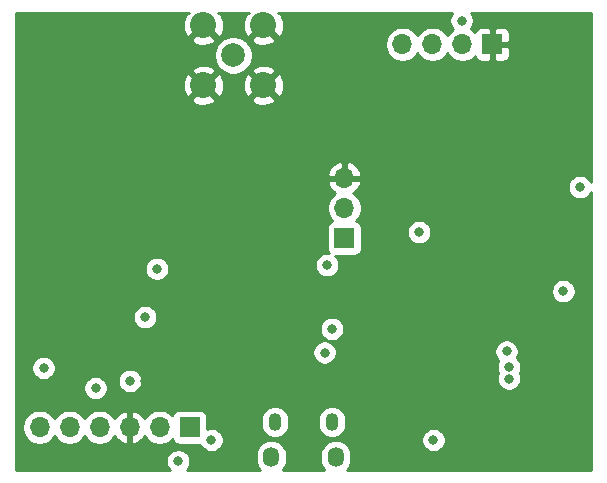
<source format=gbr>
%TF.GenerationSoftware,KiCad,Pcbnew,(5.1.10)-1*%
%TF.CreationDate,2022-03-06T21:17:49+00:00*%
%TF.ProjectId,main,6d61696e-2e6b-4696-9361-645f70636258,rev?*%
%TF.SameCoordinates,Original*%
%TF.FileFunction,Copper,L2,Inr*%
%TF.FilePolarity,Positive*%
%FSLAX46Y46*%
G04 Gerber Fmt 4.6, Leading zero omitted, Abs format (unit mm)*
G04 Created by KiCad (PCBNEW (5.1.10)-1) date 2022-03-06 21:17:49*
%MOMM*%
%LPD*%
G01*
G04 APERTURE LIST*
%TA.AperFunction,ComponentPad*%
%ADD10O,1.350000X1.700000*%
%TD*%
%TA.AperFunction,ComponentPad*%
%ADD11O,1.100000X1.500000*%
%TD*%
%TA.AperFunction,ComponentPad*%
%ADD12C,2.209800*%
%TD*%
%TA.AperFunction,ComponentPad*%
%ADD13C,2.006600*%
%TD*%
%TA.AperFunction,ComponentPad*%
%ADD14O,1.700000X1.700000*%
%TD*%
%TA.AperFunction,ComponentPad*%
%ADD15R,1.700000X1.700000*%
%TD*%
%TA.AperFunction,ViaPad*%
%ADD16C,0.800000*%
%TD*%
%TA.AperFunction,Conductor*%
%ADD17C,0.254000*%
%TD*%
%TA.AperFunction,Conductor*%
%ADD18C,0.100000*%
%TD*%
G04 APERTURE END LIST*
D10*
%TO.N,Net-(USB_PWR1-Pad6)*%
%TO.C,USB_PWR1*%
X171735000Y-143275000D03*
X166275000Y-143275000D03*
D11*
X171425000Y-140275000D03*
X166585000Y-140275000D03*
%TD*%
D12*
%TO.N,GND*%
%TO.C,J2*%
X165610000Y-106690000D03*
X165610000Y-111770000D03*
X160530000Y-111770000D03*
X160530000Y-106690000D03*
D13*
%TO.N,Net-(C8-Pad1)*%
X163070000Y-109230000D03*
%TD*%
D14*
%TO.N,I2C_SDA*%
%TO.C,J6*%
X177380000Y-108300000D03*
%TO.N,I2C_SCL*%
X179920000Y-108300000D03*
%TO.N,+3V3*%
X182460000Y-108300000D03*
D15*
%TO.N,GND*%
X185000000Y-108300000D03*
%TD*%
D14*
%TO.N,GND*%
%TO.C,J4*%
X172466000Y-119634000D03*
%TO.N,UART1_TX*%
X172466000Y-122174000D03*
D15*
%TO.N,UART1_RX*%
X172466000Y-124714000D03*
%TD*%
D14*
%TO.N,N/C*%
%TO.C,J1*%
X146655000Y-140725000D03*
%TO.N,RST*%
X149195000Y-140725000D03*
%TO.N,SWDIO*%
X151735000Y-140725000D03*
%TO.N,GND*%
X154275000Y-140725000D03*
%TO.N,SWCLK*%
X156815000Y-140725000D03*
D15*
%TO.N,+3V3*%
X159355000Y-140725000D03*
%TD*%
D16*
%TO.N,GND*%
X193000000Y-129200000D03*
X188000000Y-141800000D03*
X186400000Y-138000000D03*
X186200000Y-139500000D03*
X181800000Y-134500000D03*
X180600000Y-137000000D03*
X149600000Y-132600000D03*
X149000000Y-126200000D03*
X155200000Y-123600000D03*
X151800000Y-118000000D03*
X163400000Y-123600000D03*
X161800000Y-123200000D03*
X157000000Y-131400000D03*
X163200000Y-143600000D03*
X170400000Y-138800000D03*
X169400000Y-138800000D03*
X188800000Y-123000000D03*
X189200000Y-121600000D03*
X155600000Y-136800000D03*
X174400000Y-119500000D03*
X184900000Y-106300000D03*
X167720000Y-111850000D03*
X168070000Y-106610000D03*
X158430000Y-106650000D03*
X158330000Y-111850000D03*
X164500000Y-120500000D03*
X161800000Y-119400000D03*
X161800000Y-118200000D03*
X161800000Y-117000000D03*
X161800000Y-115800000D03*
X161800000Y-114600000D03*
X161800000Y-113400000D03*
X165600000Y-120200000D03*
X166400000Y-119200000D03*
X165800000Y-118000000D03*
X164600000Y-117600000D03*
X164600000Y-116400000D03*
X164600000Y-115200000D03*
X165800000Y-115000000D03*
X166400000Y-114000000D03*
X191400000Y-137600000D03*
X190600000Y-141800000D03*
X189800000Y-135600000D03*
X189000000Y-132000000D03*
X192000000Y-134800000D03*
X179200000Y-133200000D03*
X186600000Y-120400000D03*
X191200000Y-114200000D03*
X183200000Y-115400000D03*
X191800000Y-107400000D03*
X189000000Y-110400000D03*
X173400000Y-113200000D03*
X170000000Y-115600000D03*
X177400000Y-113000000D03*
X150600000Y-113200000D03*
X155800000Y-115600000D03*
X147600000Y-110600000D03*
X151000000Y-107800000D03*
X159600000Y-129000000D03*
X161000000Y-129000000D03*
X162400000Y-129000000D03*
X163000000Y-127800000D03*
X162800000Y-126200000D03*
X162400000Y-125000000D03*
X161200000Y-125600000D03*
X161200000Y-127400000D03*
X157200000Y-129600000D03*
X159600000Y-130200000D03*
X161000000Y-130200000D03*
X162400000Y-130200000D03*
X157000000Y-124400000D03*
X158800000Y-124000000D03*
X158400000Y-128600000D03*
X158200000Y-130600000D03*
X155600000Y-129800000D03*
X168800000Y-121400000D03*
X167000000Y-122400000D03*
X169400000Y-119200000D03*
X177000000Y-125000000D03*
X174200000Y-127000000D03*
X188000000Y-133200000D03*
X177000000Y-142200000D03*
X179200000Y-139800000D03*
X164200000Y-139000000D03*
X163600000Y-141400000D03*
X162400000Y-138800000D03*
X151200000Y-143400000D03*
X146200000Y-143800000D03*
X145600000Y-137800000D03*
X148400000Y-137800000D03*
X151600000Y-134200000D03*
X151200000Y-125600000D03*
X145800000Y-127200000D03*
X146200000Y-119600000D03*
X154600000Y-118400000D03*
X178000000Y-135400000D03*
X174600000Y-108000000D03*
X158400000Y-138000000D03*
X182000000Y-127600000D03*
X184400000Y-127000000D03*
X176000000Y-127200000D03*
X187400000Y-127200000D03*
X176600000Y-119600000D03*
X182800000Y-120000000D03*
X186800000Y-113600000D03*
X154200000Y-143000000D03*
%TO.N,+3V3*%
X186200000Y-134300000D03*
X154300000Y-136800000D03*
X182400000Y-106300000D03*
X171000000Y-127000000D03*
X170800000Y-134400000D03*
X151400000Y-137400000D03*
X191000000Y-129200000D03*
X192400000Y-120400000D03*
X161200000Y-141800000D03*
X158400000Y-143600000D03*
X155600000Y-131400000D03*
X186400000Y-136600000D03*
X186400000Y-135600000D03*
X180000000Y-141800000D03*
%TO.N,I2C_SDA*%
X171400000Y-132400000D03*
X178800000Y-124200000D03*
%TO.N,RST*%
X156600000Y-127300000D03*
X147000000Y-135700000D03*
%TD*%
D17*
%TO.N,GND*%
X159044668Y-105767824D02*
X158893302Y-106075317D01*
X158804832Y-106406432D01*
X158782659Y-106748444D01*
X158827635Y-107088211D01*
X158938033Y-107412674D01*
X159044668Y-107612176D01*
X159319796Y-107720599D01*
X160350395Y-106690000D01*
X160336253Y-106675858D01*
X160515858Y-106496253D01*
X160530000Y-106510395D01*
X160544143Y-106496253D01*
X160723748Y-106675858D01*
X160709605Y-106690000D01*
X161740204Y-107720599D01*
X162015332Y-107612176D01*
X162166698Y-107304683D01*
X162255168Y-106973568D01*
X162277341Y-106631556D01*
X162232365Y-106291789D01*
X162121967Y-105967326D01*
X162015332Y-105767824D01*
X161741724Y-105660000D01*
X164398276Y-105660000D01*
X164124668Y-105767824D01*
X163973302Y-106075317D01*
X163884832Y-106406432D01*
X163862659Y-106748444D01*
X163907635Y-107088211D01*
X164018033Y-107412674D01*
X164124668Y-107612176D01*
X164399796Y-107720599D01*
X165430395Y-106690000D01*
X165416253Y-106675858D01*
X165595858Y-106496253D01*
X165610000Y-106510395D01*
X165624143Y-106496253D01*
X165803748Y-106675858D01*
X165789605Y-106690000D01*
X166820204Y-107720599D01*
X167095332Y-107612176D01*
X167246698Y-107304683D01*
X167335168Y-106973568D01*
X167357341Y-106631556D01*
X167312365Y-106291789D01*
X167201967Y-105967326D01*
X167095332Y-105767824D01*
X166821724Y-105660000D01*
X181582850Y-105660000D01*
X181482795Y-105809744D01*
X181404774Y-105998102D01*
X181365000Y-106198061D01*
X181365000Y-106401939D01*
X181404774Y-106601898D01*
X181482795Y-106790256D01*
X181596063Y-106959774D01*
X181674889Y-107038600D01*
X181513368Y-107146525D01*
X181306525Y-107353368D01*
X181190000Y-107527760D01*
X181073475Y-107353368D01*
X180866632Y-107146525D01*
X180623411Y-106984010D01*
X180353158Y-106872068D01*
X180066260Y-106815000D01*
X179773740Y-106815000D01*
X179486842Y-106872068D01*
X179216589Y-106984010D01*
X178973368Y-107146525D01*
X178766525Y-107353368D01*
X178650000Y-107527760D01*
X178533475Y-107353368D01*
X178326632Y-107146525D01*
X178083411Y-106984010D01*
X177813158Y-106872068D01*
X177526260Y-106815000D01*
X177233740Y-106815000D01*
X176946842Y-106872068D01*
X176676589Y-106984010D01*
X176433368Y-107146525D01*
X176226525Y-107353368D01*
X176064010Y-107596589D01*
X175952068Y-107866842D01*
X175895000Y-108153740D01*
X175895000Y-108446260D01*
X175952068Y-108733158D01*
X176064010Y-109003411D01*
X176226525Y-109246632D01*
X176433368Y-109453475D01*
X176676589Y-109615990D01*
X176946842Y-109727932D01*
X177233740Y-109785000D01*
X177526260Y-109785000D01*
X177813158Y-109727932D01*
X178083411Y-109615990D01*
X178326632Y-109453475D01*
X178533475Y-109246632D01*
X178650000Y-109072240D01*
X178766525Y-109246632D01*
X178973368Y-109453475D01*
X179216589Y-109615990D01*
X179486842Y-109727932D01*
X179773740Y-109785000D01*
X180066260Y-109785000D01*
X180353158Y-109727932D01*
X180623411Y-109615990D01*
X180866632Y-109453475D01*
X181073475Y-109246632D01*
X181190000Y-109072240D01*
X181306525Y-109246632D01*
X181513368Y-109453475D01*
X181756589Y-109615990D01*
X182026842Y-109727932D01*
X182313740Y-109785000D01*
X182606260Y-109785000D01*
X182893158Y-109727932D01*
X183163411Y-109615990D01*
X183406632Y-109453475D01*
X183538487Y-109321620D01*
X183560498Y-109394180D01*
X183619463Y-109504494D01*
X183698815Y-109601185D01*
X183795506Y-109680537D01*
X183905820Y-109739502D01*
X184025518Y-109775812D01*
X184150000Y-109788072D01*
X184714250Y-109785000D01*
X184873000Y-109626250D01*
X184873000Y-108427000D01*
X185127000Y-108427000D01*
X185127000Y-109626250D01*
X185285750Y-109785000D01*
X185850000Y-109788072D01*
X185974482Y-109775812D01*
X186094180Y-109739502D01*
X186204494Y-109680537D01*
X186301185Y-109601185D01*
X186380537Y-109504494D01*
X186439502Y-109394180D01*
X186475812Y-109274482D01*
X186488072Y-109150000D01*
X186485000Y-108585750D01*
X186326250Y-108427000D01*
X185127000Y-108427000D01*
X184873000Y-108427000D01*
X184853000Y-108427000D01*
X184853000Y-108173000D01*
X184873000Y-108173000D01*
X184873000Y-106973750D01*
X185127000Y-106973750D01*
X185127000Y-108173000D01*
X186326250Y-108173000D01*
X186485000Y-108014250D01*
X186488072Y-107450000D01*
X186475812Y-107325518D01*
X186439502Y-107205820D01*
X186380537Y-107095506D01*
X186301185Y-106998815D01*
X186204494Y-106919463D01*
X186094180Y-106860498D01*
X185974482Y-106824188D01*
X185850000Y-106811928D01*
X185285750Y-106815000D01*
X185127000Y-106973750D01*
X184873000Y-106973750D01*
X184714250Y-106815000D01*
X184150000Y-106811928D01*
X184025518Y-106824188D01*
X183905820Y-106860498D01*
X183795506Y-106919463D01*
X183698815Y-106998815D01*
X183619463Y-107095506D01*
X183560498Y-107205820D01*
X183538487Y-107278380D01*
X183406632Y-107146525D01*
X183173176Y-106990535D01*
X183203937Y-106959774D01*
X183317205Y-106790256D01*
X183395226Y-106601898D01*
X183435000Y-106401939D01*
X183435000Y-106198061D01*
X183395226Y-105998102D01*
X183317205Y-105809744D01*
X183217150Y-105660000D01*
X193340000Y-105660000D01*
X193340000Y-119964777D01*
X193317205Y-119909744D01*
X193203937Y-119740226D01*
X193059774Y-119596063D01*
X192890256Y-119482795D01*
X192701898Y-119404774D01*
X192501939Y-119365000D01*
X192298061Y-119365000D01*
X192098102Y-119404774D01*
X191909744Y-119482795D01*
X191740226Y-119596063D01*
X191596063Y-119740226D01*
X191482795Y-119909744D01*
X191404774Y-120098102D01*
X191365000Y-120298061D01*
X191365000Y-120501939D01*
X191404774Y-120701898D01*
X191482795Y-120890256D01*
X191596063Y-121059774D01*
X191740226Y-121203937D01*
X191909744Y-121317205D01*
X192098102Y-121395226D01*
X192298061Y-121435000D01*
X192501939Y-121435000D01*
X192701898Y-121395226D01*
X192890256Y-121317205D01*
X193059774Y-121203937D01*
X193203937Y-121059774D01*
X193317205Y-120890256D01*
X193340000Y-120835223D01*
X193340001Y-144340000D01*
X172699269Y-144340000D01*
X172829495Y-144181318D01*
X172951138Y-143953740D01*
X173026045Y-143706804D01*
X173045000Y-143514350D01*
X173045000Y-143035649D01*
X173026045Y-142843195D01*
X172951138Y-142596259D01*
X172829495Y-142368682D01*
X172665792Y-142169208D01*
X172466317Y-142005505D01*
X172238740Y-141883862D01*
X171991804Y-141808955D01*
X171735000Y-141783662D01*
X171478195Y-141808955D01*
X171231259Y-141883862D01*
X171003682Y-142005505D01*
X170804208Y-142169208D01*
X170640505Y-142368683D01*
X170518862Y-142596260D01*
X170443955Y-142843196D01*
X170425000Y-143035650D01*
X170425000Y-143514351D01*
X170443955Y-143706805D01*
X170518862Y-143953741D01*
X170640505Y-144181318D01*
X170770732Y-144340000D01*
X167239269Y-144340000D01*
X167369495Y-144181318D01*
X167491138Y-143953740D01*
X167566045Y-143706804D01*
X167585000Y-143514350D01*
X167585000Y-143035649D01*
X167566045Y-142843195D01*
X167491138Y-142596259D01*
X167369495Y-142368682D01*
X167205792Y-142169208D01*
X167006317Y-142005505D01*
X166778740Y-141883862D01*
X166531804Y-141808955D01*
X166275000Y-141783662D01*
X166018195Y-141808955D01*
X165771259Y-141883862D01*
X165543682Y-142005505D01*
X165344208Y-142169208D01*
X165180505Y-142368683D01*
X165058862Y-142596260D01*
X164983955Y-142843196D01*
X164965000Y-143035650D01*
X164965000Y-143514351D01*
X164983955Y-143706805D01*
X165058862Y-143953741D01*
X165180505Y-144181318D01*
X165310732Y-144340000D01*
X159123711Y-144340000D01*
X159203937Y-144259774D01*
X159317205Y-144090256D01*
X159395226Y-143901898D01*
X159435000Y-143701939D01*
X159435000Y-143498061D01*
X159395226Y-143298102D01*
X159317205Y-143109744D01*
X159203937Y-142940226D01*
X159059774Y-142796063D01*
X158890256Y-142682795D01*
X158701898Y-142604774D01*
X158501939Y-142565000D01*
X158298061Y-142565000D01*
X158098102Y-142604774D01*
X157909744Y-142682795D01*
X157740226Y-142796063D01*
X157596063Y-142940226D01*
X157482795Y-143109744D01*
X157404774Y-143298102D01*
X157365000Y-143498061D01*
X157365000Y-143701939D01*
X157404774Y-143901898D01*
X157482795Y-144090256D01*
X157596063Y-144259774D01*
X157676289Y-144340000D01*
X144660000Y-144340000D01*
X144660000Y-140578740D01*
X145170000Y-140578740D01*
X145170000Y-140871260D01*
X145227068Y-141158158D01*
X145339010Y-141428411D01*
X145501525Y-141671632D01*
X145708368Y-141878475D01*
X145951589Y-142040990D01*
X146221842Y-142152932D01*
X146508740Y-142210000D01*
X146801260Y-142210000D01*
X147088158Y-142152932D01*
X147358411Y-142040990D01*
X147601632Y-141878475D01*
X147808475Y-141671632D01*
X147925000Y-141497240D01*
X148041525Y-141671632D01*
X148248368Y-141878475D01*
X148491589Y-142040990D01*
X148761842Y-142152932D01*
X149048740Y-142210000D01*
X149341260Y-142210000D01*
X149628158Y-142152932D01*
X149898411Y-142040990D01*
X150141632Y-141878475D01*
X150348475Y-141671632D01*
X150465000Y-141497240D01*
X150581525Y-141671632D01*
X150788368Y-141878475D01*
X151031589Y-142040990D01*
X151301842Y-142152932D01*
X151588740Y-142210000D01*
X151881260Y-142210000D01*
X152168158Y-142152932D01*
X152438411Y-142040990D01*
X152681632Y-141878475D01*
X152888475Y-141671632D01*
X153010195Y-141489466D01*
X153079822Y-141606355D01*
X153274731Y-141822588D01*
X153508080Y-141996641D01*
X153770901Y-142121825D01*
X153918110Y-142166476D01*
X154148000Y-142045155D01*
X154148000Y-140852000D01*
X154128000Y-140852000D01*
X154128000Y-140598000D01*
X154148000Y-140598000D01*
X154148000Y-139404845D01*
X154402000Y-139404845D01*
X154402000Y-140598000D01*
X154422000Y-140598000D01*
X154422000Y-140852000D01*
X154402000Y-140852000D01*
X154402000Y-142045155D01*
X154631890Y-142166476D01*
X154779099Y-142121825D01*
X155041920Y-141996641D01*
X155275269Y-141822588D01*
X155470178Y-141606355D01*
X155539805Y-141489466D01*
X155661525Y-141671632D01*
X155868368Y-141878475D01*
X156111589Y-142040990D01*
X156381842Y-142152932D01*
X156668740Y-142210000D01*
X156961260Y-142210000D01*
X157248158Y-142152932D01*
X157518411Y-142040990D01*
X157761632Y-141878475D01*
X157893487Y-141746620D01*
X157915498Y-141819180D01*
X157974463Y-141929494D01*
X158053815Y-142026185D01*
X158150506Y-142105537D01*
X158260820Y-142164502D01*
X158380518Y-142200812D01*
X158505000Y-142213072D01*
X160205000Y-142213072D01*
X160249028Y-142208736D01*
X160282795Y-142290256D01*
X160396063Y-142459774D01*
X160540226Y-142603937D01*
X160709744Y-142717205D01*
X160898102Y-142795226D01*
X161098061Y-142835000D01*
X161301939Y-142835000D01*
X161501898Y-142795226D01*
X161690256Y-142717205D01*
X161859774Y-142603937D01*
X162003937Y-142459774D01*
X162117205Y-142290256D01*
X162195226Y-142101898D01*
X162235000Y-141901939D01*
X162235000Y-141698061D01*
X178965000Y-141698061D01*
X178965000Y-141901939D01*
X179004774Y-142101898D01*
X179082795Y-142290256D01*
X179196063Y-142459774D01*
X179340226Y-142603937D01*
X179509744Y-142717205D01*
X179698102Y-142795226D01*
X179898061Y-142835000D01*
X180101939Y-142835000D01*
X180301898Y-142795226D01*
X180490256Y-142717205D01*
X180659774Y-142603937D01*
X180803937Y-142459774D01*
X180917205Y-142290256D01*
X180995226Y-142101898D01*
X181035000Y-141901939D01*
X181035000Y-141698061D01*
X180995226Y-141498102D01*
X180917205Y-141309744D01*
X180803937Y-141140226D01*
X180659774Y-140996063D01*
X180490256Y-140882795D01*
X180301898Y-140804774D01*
X180101939Y-140765000D01*
X179898061Y-140765000D01*
X179698102Y-140804774D01*
X179509744Y-140882795D01*
X179340226Y-140996063D01*
X179196063Y-141140226D01*
X179082795Y-141309744D01*
X179004774Y-141498102D01*
X178965000Y-141698061D01*
X162235000Y-141698061D01*
X162195226Y-141498102D01*
X162117205Y-141309744D01*
X162003937Y-141140226D01*
X161859774Y-140996063D01*
X161690256Y-140882795D01*
X161501898Y-140804774D01*
X161301939Y-140765000D01*
X161098061Y-140765000D01*
X160898102Y-140804774D01*
X160843072Y-140827568D01*
X160843072Y-140016794D01*
X165400000Y-140016794D01*
X165400000Y-140533207D01*
X165417147Y-140707300D01*
X165484906Y-140930674D01*
X165594943Y-141136536D01*
X165743026Y-141316975D01*
X165923465Y-141465058D01*
X166129327Y-141575094D01*
X166352701Y-141642853D01*
X166585000Y-141665733D01*
X166817300Y-141642853D01*
X167040674Y-141575094D01*
X167246536Y-141465058D01*
X167426975Y-141316975D01*
X167575058Y-141136536D01*
X167685094Y-140930673D01*
X167752853Y-140707299D01*
X167770000Y-140533206D01*
X167770000Y-140016794D01*
X170240000Y-140016794D01*
X170240000Y-140533207D01*
X170257147Y-140707300D01*
X170324906Y-140930674D01*
X170434943Y-141136536D01*
X170583026Y-141316975D01*
X170763465Y-141465058D01*
X170969327Y-141575094D01*
X171192701Y-141642853D01*
X171425000Y-141665733D01*
X171657300Y-141642853D01*
X171880674Y-141575094D01*
X172086536Y-141465058D01*
X172266975Y-141316975D01*
X172415058Y-141136536D01*
X172525094Y-140930673D01*
X172592853Y-140707299D01*
X172610000Y-140533206D01*
X172610000Y-140016793D01*
X172592853Y-139842700D01*
X172525094Y-139619326D01*
X172415058Y-139413464D01*
X172266975Y-139233025D01*
X172086535Y-139084942D01*
X171880673Y-138974906D01*
X171657299Y-138907147D01*
X171425000Y-138884267D01*
X171192700Y-138907147D01*
X170969326Y-138974906D01*
X170763464Y-139084942D01*
X170583025Y-139233025D01*
X170434942Y-139413465D01*
X170324906Y-139619327D01*
X170257147Y-139842701D01*
X170240000Y-140016794D01*
X167770000Y-140016794D01*
X167770000Y-140016793D01*
X167752853Y-139842700D01*
X167685094Y-139619326D01*
X167575058Y-139413464D01*
X167426975Y-139233025D01*
X167246535Y-139084942D01*
X167040673Y-138974906D01*
X166817299Y-138907147D01*
X166585000Y-138884267D01*
X166352700Y-138907147D01*
X166129326Y-138974906D01*
X165923464Y-139084942D01*
X165743025Y-139233025D01*
X165594942Y-139413465D01*
X165484906Y-139619327D01*
X165417147Y-139842701D01*
X165400000Y-140016794D01*
X160843072Y-140016794D01*
X160843072Y-139875000D01*
X160830812Y-139750518D01*
X160794502Y-139630820D01*
X160735537Y-139520506D01*
X160656185Y-139423815D01*
X160559494Y-139344463D01*
X160449180Y-139285498D01*
X160329482Y-139249188D01*
X160205000Y-139236928D01*
X158505000Y-139236928D01*
X158380518Y-139249188D01*
X158260820Y-139285498D01*
X158150506Y-139344463D01*
X158053815Y-139423815D01*
X157974463Y-139520506D01*
X157915498Y-139630820D01*
X157893487Y-139703380D01*
X157761632Y-139571525D01*
X157518411Y-139409010D01*
X157248158Y-139297068D01*
X156961260Y-139240000D01*
X156668740Y-139240000D01*
X156381842Y-139297068D01*
X156111589Y-139409010D01*
X155868368Y-139571525D01*
X155661525Y-139778368D01*
X155539805Y-139960534D01*
X155470178Y-139843645D01*
X155275269Y-139627412D01*
X155041920Y-139453359D01*
X154779099Y-139328175D01*
X154631890Y-139283524D01*
X154402000Y-139404845D01*
X154148000Y-139404845D01*
X153918110Y-139283524D01*
X153770901Y-139328175D01*
X153508080Y-139453359D01*
X153274731Y-139627412D01*
X153079822Y-139843645D01*
X153010195Y-139960534D01*
X152888475Y-139778368D01*
X152681632Y-139571525D01*
X152438411Y-139409010D01*
X152168158Y-139297068D01*
X151881260Y-139240000D01*
X151588740Y-139240000D01*
X151301842Y-139297068D01*
X151031589Y-139409010D01*
X150788368Y-139571525D01*
X150581525Y-139778368D01*
X150465000Y-139952760D01*
X150348475Y-139778368D01*
X150141632Y-139571525D01*
X149898411Y-139409010D01*
X149628158Y-139297068D01*
X149341260Y-139240000D01*
X149048740Y-139240000D01*
X148761842Y-139297068D01*
X148491589Y-139409010D01*
X148248368Y-139571525D01*
X148041525Y-139778368D01*
X147925000Y-139952760D01*
X147808475Y-139778368D01*
X147601632Y-139571525D01*
X147358411Y-139409010D01*
X147088158Y-139297068D01*
X146801260Y-139240000D01*
X146508740Y-139240000D01*
X146221842Y-139297068D01*
X145951589Y-139409010D01*
X145708368Y-139571525D01*
X145501525Y-139778368D01*
X145339010Y-140021589D01*
X145227068Y-140291842D01*
X145170000Y-140578740D01*
X144660000Y-140578740D01*
X144660000Y-137298061D01*
X150365000Y-137298061D01*
X150365000Y-137501939D01*
X150404774Y-137701898D01*
X150482795Y-137890256D01*
X150596063Y-138059774D01*
X150740226Y-138203937D01*
X150909744Y-138317205D01*
X151098102Y-138395226D01*
X151298061Y-138435000D01*
X151501939Y-138435000D01*
X151701898Y-138395226D01*
X151890256Y-138317205D01*
X152059774Y-138203937D01*
X152203937Y-138059774D01*
X152317205Y-137890256D01*
X152395226Y-137701898D01*
X152435000Y-137501939D01*
X152435000Y-137298061D01*
X152395226Y-137098102D01*
X152317205Y-136909744D01*
X152203937Y-136740226D01*
X152161772Y-136698061D01*
X153265000Y-136698061D01*
X153265000Y-136901939D01*
X153304774Y-137101898D01*
X153382795Y-137290256D01*
X153496063Y-137459774D01*
X153640226Y-137603937D01*
X153809744Y-137717205D01*
X153998102Y-137795226D01*
X154198061Y-137835000D01*
X154401939Y-137835000D01*
X154601898Y-137795226D01*
X154790256Y-137717205D01*
X154959774Y-137603937D01*
X155103937Y-137459774D01*
X155217205Y-137290256D01*
X155295226Y-137101898D01*
X155335000Y-136901939D01*
X155335000Y-136698061D01*
X155295226Y-136498102D01*
X155217205Y-136309744D01*
X155103937Y-136140226D01*
X154959774Y-135996063D01*
X154790256Y-135882795D01*
X154601898Y-135804774D01*
X154401939Y-135765000D01*
X154198061Y-135765000D01*
X153998102Y-135804774D01*
X153809744Y-135882795D01*
X153640226Y-135996063D01*
X153496063Y-136140226D01*
X153382795Y-136309744D01*
X153304774Y-136498102D01*
X153265000Y-136698061D01*
X152161772Y-136698061D01*
X152059774Y-136596063D01*
X151890256Y-136482795D01*
X151701898Y-136404774D01*
X151501939Y-136365000D01*
X151298061Y-136365000D01*
X151098102Y-136404774D01*
X150909744Y-136482795D01*
X150740226Y-136596063D01*
X150596063Y-136740226D01*
X150482795Y-136909744D01*
X150404774Y-137098102D01*
X150365000Y-137298061D01*
X144660000Y-137298061D01*
X144660000Y-135598061D01*
X145965000Y-135598061D01*
X145965000Y-135801939D01*
X146004774Y-136001898D01*
X146082795Y-136190256D01*
X146196063Y-136359774D01*
X146340226Y-136503937D01*
X146509744Y-136617205D01*
X146698102Y-136695226D01*
X146898061Y-136735000D01*
X147101939Y-136735000D01*
X147301898Y-136695226D01*
X147490256Y-136617205D01*
X147659774Y-136503937D01*
X147803937Y-136359774D01*
X147917205Y-136190256D01*
X147995226Y-136001898D01*
X148035000Y-135801939D01*
X148035000Y-135598061D01*
X147995226Y-135398102D01*
X147917205Y-135209744D01*
X147803937Y-135040226D01*
X147659774Y-134896063D01*
X147490256Y-134782795D01*
X147301898Y-134704774D01*
X147101939Y-134665000D01*
X146898061Y-134665000D01*
X146698102Y-134704774D01*
X146509744Y-134782795D01*
X146340226Y-134896063D01*
X146196063Y-135040226D01*
X146082795Y-135209744D01*
X146004774Y-135398102D01*
X145965000Y-135598061D01*
X144660000Y-135598061D01*
X144660000Y-134298061D01*
X169765000Y-134298061D01*
X169765000Y-134501939D01*
X169804774Y-134701898D01*
X169882795Y-134890256D01*
X169996063Y-135059774D01*
X170140226Y-135203937D01*
X170309744Y-135317205D01*
X170498102Y-135395226D01*
X170698061Y-135435000D01*
X170901939Y-135435000D01*
X171101898Y-135395226D01*
X171290256Y-135317205D01*
X171459774Y-135203937D01*
X171603937Y-135059774D01*
X171717205Y-134890256D01*
X171795226Y-134701898D01*
X171835000Y-134501939D01*
X171835000Y-134298061D01*
X171815109Y-134198061D01*
X185165000Y-134198061D01*
X185165000Y-134401939D01*
X185204774Y-134601898D01*
X185282795Y-134790256D01*
X185396063Y-134959774D01*
X185508125Y-135071836D01*
X185482795Y-135109744D01*
X185404774Y-135298102D01*
X185365000Y-135498061D01*
X185365000Y-135701939D01*
X185404774Y-135901898D01*
X185482795Y-136090256D01*
X185489306Y-136100000D01*
X185482795Y-136109744D01*
X185404774Y-136298102D01*
X185365000Y-136498061D01*
X185365000Y-136701939D01*
X185404774Y-136901898D01*
X185482795Y-137090256D01*
X185596063Y-137259774D01*
X185740226Y-137403937D01*
X185909744Y-137517205D01*
X186098102Y-137595226D01*
X186298061Y-137635000D01*
X186501939Y-137635000D01*
X186701898Y-137595226D01*
X186890256Y-137517205D01*
X187059774Y-137403937D01*
X187203937Y-137259774D01*
X187317205Y-137090256D01*
X187395226Y-136901898D01*
X187435000Y-136701939D01*
X187435000Y-136498061D01*
X187395226Y-136298102D01*
X187317205Y-136109744D01*
X187310694Y-136100000D01*
X187317205Y-136090256D01*
X187395226Y-135901898D01*
X187435000Y-135701939D01*
X187435000Y-135498061D01*
X187395226Y-135298102D01*
X187317205Y-135109744D01*
X187203937Y-134940226D01*
X187091875Y-134828164D01*
X187117205Y-134790256D01*
X187195226Y-134601898D01*
X187235000Y-134401939D01*
X187235000Y-134198061D01*
X187195226Y-133998102D01*
X187117205Y-133809744D01*
X187003937Y-133640226D01*
X186859774Y-133496063D01*
X186690256Y-133382795D01*
X186501898Y-133304774D01*
X186301939Y-133265000D01*
X186098061Y-133265000D01*
X185898102Y-133304774D01*
X185709744Y-133382795D01*
X185540226Y-133496063D01*
X185396063Y-133640226D01*
X185282795Y-133809744D01*
X185204774Y-133998102D01*
X185165000Y-134198061D01*
X171815109Y-134198061D01*
X171795226Y-134098102D01*
X171717205Y-133909744D01*
X171603937Y-133740226D01*
X171459774Y-133596063D01*
X171290256Y-133482795D01*
X171101898Y-133404774D01*
X170901939Y-133365000D01*
X170698061Y-133365000D01*
X170498102Y-133404774D01*
X170309744Y-133482795D01*
X170140226Y-133596063D01*
X169996063Y-133740226D01*
X169882795Y-133909744D01*
X169804774Y-134098102D01*
X169765000Y-134298061D01*
X144660000Y-134298061D01*
X144660000Y-131298061D01*
X154565000Y-131298061D01*
X154565000Y-131501939D01*
X154604774Y-131701898D01*
X154682795Y-131890256D01*
X154796063Y-132059774D01*
X154940226Y-132203937D01*
X155109744Y-132317205D01*
X155298102Y-132395226D01*
X155498061Y-132435000D01*
X155701939Y-132435000D01*
X155901898Y-132395226D01*
X156090256Y-132317205D01*
X156118907Y-132298061D01*
X170365000Y-132298061D01*
X170365000Y-132501939D01*
X170404774Y-132701898D01*
X170482795Y-132890256D01*
X170596063Y-133059774D01*
X170740226Y-133203937D01*
X170909744Y-133317205D01*
X171098102Y-133395226D01*
X171298061Y-133435000D01*
X171501939Y-133435000D01*
X171701898Y-133395226D01*
X171890256Y-133317205D01*
X172059774Y-133203937D01*
X172203937Y-133059774D01*
X172317205Y-132890256D01*
X172395226Y-132701898D01*
X172435000Y-132501939D01*
X172435000Y-132298061D01*
X172395226Y-132098102D01*
X172317205Y-131909744D01*
X172203937Y-131740226D01*
X172059774Y-131596063D01*
X171890256Y-131482795D01*
X171701898Y-131404774D01*
X171501939Y-131365000D01*
X171298061Y-131365000D01*
X171098102Y-131404774D01*
X170909744Y-131482795D01*
X170740226Y-131596063D01*
X170596063Y-131740226D01*
X170482795Y-131909744D01*
X170404774Y-132098102D01*
X170365000Y-132298061D01*
X156118907Y-132298061D01*
X156259774Y-132203937D01*
X156403937Y-132059774D01*
X156517205Y-131890256D01*
X156595226Y-131701898D01*
X156635000Y-131501939D01*
X156635000Y-131298061D01*
X156595226Y-131098102D01*
X156517205Y-130909744D01*
X156403937Y-130740226D01*
X156259774Y-130596063D01*
X156090256Y-130482795D01*
X155901898Y-130404774D01*
X155701939Y-130365000D01*
X155498061Y-130365000D01*
X155298102Y-130404774D01*
X155109744Y-130482795D01*
X154940226Y-130596063D01*
X154796063Y-130740226D01*
X154682795Y-130909744D01*
X154604774Y-131098102D01*
X154565000Y-131298061D01*
X144660000Y-131298061D01*
X144660000Y-129098061D01*
X189965000Y-129098061D01*
X189965000Y-129301939D01*
X190004774Y-129501898D01*
X190082795Y-129690256D01*
X190196063Y-129859774D01*
X190340226Y-130003937D01*
X190509744Y-130117205D01*
X190698102Y-130195226D01*
X190898061Y-130235000D01*
X191101939Y-130235000D01*
X191301898Y-130195226D01*
X191490256Y-130117205D01*
X191659774Y-130003937D01*
X191803937Y-129859774D01*
X191917205Y-129690256D01*
X191995226Y-129501898D01*
X192035000Y-129301939D01*
X192035000Y-129098061D01*
X191995226Y-128898102D01*
X191917205Y-128709744D01*
X191803937Y-128540226D01*
X191659774Y-128396063D01*
X191490256Y-128282795D01*
X191301898Y-128204774D01*
X191101939Y-128165000D01*
X190898061Y-128165000D01*
X190698102Y-128204774D01*
X190509744Y-128282795D01*
X190340226Y-128396063D01*
X190196063Y-128540226D01*
X190082795Y-128709744D01*
X190004774Y-128898102D01*
X189965000Y-129098061D01*
X144660000Y-129098061D01*
X144660000Y-127198061D01*
X155565000Y-127198061D01*
X155565000Y-127401939D01*
X155604774Y-127601898D01*
X155682795Y-127790256D01*
X155796063Y-127959774D01*
X155940226Y-128103937D01*
X156109744Y-128217205D01*
X156298102Y-128295226D01*
X156498061Y-128335000D01*
X156701939Y-128335000D01*
X156901898Y-128295226D01*
X157090256Y-128217205D01*
X157259774Y-128103937D01*
X157403937Y-127959774D01*
X157517205Y-127790256D01*
X157595226Y-127601898D01*
X157635000Y-127401939D01*
X157635000Y-127198061D01*
X157595226Y-126998102D01*
X157553788Y-126898061D01*
X169965000Y-126898061D01*
X169965000Y-127101939D01*
X170004774Y-127301898D01*
X170082795Y-127490256D01*
X170196063Y-127659774D01*
X170340226Y-127803937D01*
X170509744Y-127917205D01*
X170698102Y-127995226D01*
X170898061Y-128035000D01*
X171101939Y-128035000D01*
X171301898Y-127995226D01*
X171490256Y-127917205D01*
X171659774Y-127803937D01*
X171803937Y-127659774D01*
X171917205Y-127490256D01*
X171995226Y-127301898D01*
X172035000Y-127101939D01*
X172035000Y-126898061D01*
X171995226Y-126698102D01*
X171917205Y-126509744D01*
X171803937Y-126340226D01*
X171665783Y-126202072D01*
X173316000Y-126202072D01*
X173440482Y-126189812D01*
X173560180Y-126153502D01*
X173670494Y-126094537D01*
X173767185Y-126015185D01*
X173846537Y-125918494D01*
X173905502Y-125808180D01*
X173941812Y-125688482D01*
X173954072Y-125564000D01*
X173954072Y-124098061D01*
X177765000Y-124098061D01*
X177765000Y-124301939D01*
X177804774Y-124501898D01*
X177882795Y-124690256D01*
X177996063Y-124859774D01*
X178140226Y-125003937D01*
X178309744Y-125117205D01*
X178498102Y-125195226D01*
X178698061Y-125235000D01*
X178901939Y-125235000D01*
X179101898Y-125195226D01*
X179290256Y-125117205D01*
X179459774Y-125003937D01*
X179603937Y-124859774D01*
X179717205Y-124690256D01*
X179795226Y-124501898D01*
X179835000Y-124301939D01*
X179835000Y-124098061D01*
X179795226Y-123898102D01*
X179717205Y-123709744D01*
X179603937Y-123540226D01*
X179459774Y-123396063D01*
X179290256Y-123282795D01*
X179101898Y-123204774D01*
X178901939Y-123165000D01*
X178698061Y-123165000D01*
X178498102Y-123204774D01*
X178309744Y-123282795D01*
X178140226Y-123396063D01*
X177996063Y-123540226D01*
X177882795Y-123709744D01*
X177804774Y-123898102D01*
X177765000Y-124098061D01*
X173954072Y-124098061D01*
X173954072Y-123864000D01*
X173941812Y-123739518D01*
X173905502Y-123619820D01*
X173846537Y-123509506D01*
X173767185Y-123412815D01*
X173670494Y-123333463D01*
X173560180Y-123274498D01*
X173487620Y-123252487D01*
X173619475Y-123120632D01*
X173781990Y-122877411D01*
X173893932Y-122607158D01*
X173951000Y-122320260D01*
X173951000Y-122027740D01*
X173893932Y-121740842D01*
X173781990Y-121470589D01*
X173619475Y-121227368D01*
X173412632Y-121020525D01*
X173230466Y-120898805D01*
X173347355Y-120829178D01*
X173563588Y-120634269D01*
X173737641Y-120400920D01*
X173862825Y-120138099D01*
X173907476Y-119990890D01*
X173786155Y-119761000D01*
X172593000Y-119761000D01*
X172593000Y-119781000D01*
X172339000Y-119781000D01*
X172339000Y-119761000D01*
X171145845Y-119761000D01*
X171024524Y-119990890D01*
X171069175Y-120138099D01*
X171194359Y-120400920D01*
X171368412Y-120634269D01*
X171584645Y-120829178D01*
X171701534Y-120898805D01*
X171519368Y-121020525D01*
X171312525Y-121227368D01*
X171150010Y-121470589D01*
X171038068Y-121740842D01*
X170981000Y-122027740D01*
X170981000Y-122320260D01*
X171038068Y-122607158D01*
X171150010Y-122877411D01*
X171312525Y-123120632D01*
X171444380Y-123252487D01*
X171371820Y-123274498D01*
X171261506Y-123333463D01*
X171164815Y-123412815D01*
X171085463Y-123509506D01*
X171026498Y-123619820D01*
X170990188Y-123739518D01*
X170977928Y-123864000D01*
X170977928Y-125564000D01*
X170990188Y-125688482D01*
X171026498Y-125808180D01*
X171085463Y-125918494D01*
X171127861Y-125970156D01*
X171101939Y-125965000D01*
X170898061Y-125965000D01*
X170698102Y-126004774D01*
X170509744Y-126082795D01*
X170340226Y-126196063D01*
X170196063Y-126340226D01*
X170082795Y-126509744D01*
X170004774Y-126698102D01*
X169965000Y-126898061D01*
X157553788Y-126898061D01*
X157517205Y-126809744D01*
X157403937Y-126640226D01*
X157259774Y-126496063D01*
X157090256Y-126382795D01*
X156901898Y-126304774D01*
X156701939Y-126265000D01*
X156498061Y-126265000D01*
X156298102Y-126304774D01*
X156109744Y-126382795D01*
X155940226Y-126496063D01*
X155796063Y-126640226D01*
X155682795Y-126809744D01*
X155604774Y-126998102D01*
X155565000Y-127198061D01*
X144660000Y-127198061D01*
X144660000Y-119277110D01*
X171024524Y-119277110D01*
X171145845Y-119507000D01*
X172339000Y-119507000D01*
X172339000Y-118313186D01*
X172593000Y-118313186D01*
X172593000Y-119507000D01*
X173786155Y-119507000D01*
X173907476Y-119277110D01*
X173862825Y-119129901D01*
X173737641Y-118867080D01*
X173563588Y-118633731D01*
X173347355Y-118438822D01*
X173097252Y-118289843D01*
X172822891Y-118192519D01*
X172593000Y-118313186D01*
X172339000Y-118313186D01*
X172109109Y-118192519D01*
X171834748Y-118289843D01*
X171584645Y-118438822D01*
X171368412Y-118633731D01*
X171194359Y-118867080D01*
X171069175Y-119129901D01*
X171024524Y-119277110D01*
X144660000Y-119277110D01*
X144660000Y-112980204D01*
X159499401Y-112980204D01*
X159607824Y-113255332D01*
X159915317Y-113406698D01*
X160246432Y-113495168D01*
X160588444Y-113517341D01*
X160928211Y-113472365D01*
X161252674Y-113361967D01*
X161452176Y-113255332D01*
X161560599Y-112980204D01*
X164579401Y-112980204D01*
X164687824Y-113255332D01*
X164995317Y-113406698D01*
X165326432Y-113495168D01*
X165668444Y-113517341D01*
X166008211Y-113472365D01*
X166332674Y-113361967D01*
X166532176Y-113255332D01*
X166640599Y-112980204D01*
X165610000Y-111949605D01*
X164579401Y-112980204D01*
X161560599Y-112980204D01*
X160530000Y-111949605D01*
X159499401Y-112980204D01*
X144660000Y-112980204D01*
X144660000Y-111828444D01*
X158782659Y-111828444D01*
X158827635Y-112168211D01*
X158938033Y-112492674D01*
X159044668Y-112692176D01*
X159319796Y-112800599D01*
X160350395Y-111770000D01*
X160709605Y-111770000D01*
X161740204Y-112800599D01*
X162015332Y-112692176D01*
X162166698Y-112384683D01*
X162255168Y-112053568D01*
X162269763Y-111828444D01*
X163862659Y-111828444D01*
X163907635Y-112168211D01*
X164018033Y-112492674D01*
X164124668Y-112692176D01*
X164399796Y-112800599D01*
X165430395Y-111770000D01*
X165789605Y-111770000D01*
X166820204Y-112800599D01*
X167095332Y-112692176D01*
X167246698Y-112384683D01*
X167335168Y-112053568D01*
X167357341Y-111711556D01*
X167312365Y-111371789D01*
X167201967Y-111047326D01*
X167095332Y-110847824D01*
X166820204Y-110739401D01*
X165789605Y-111770000D01*
X165430395Y-111770000D01*
X164399796Y-110739401D01*
X164124668Y-110847824D01*
X163973302Y-111155317D01*
X163884832Y-111486432D01*
X163862659Y-111828444D01*
X162269763Y-111828444D01*
X162277341Y-111711556D01*
X162232365Y-111371789D01*
X162121967Y-111047326D01*
X162015332Y-110847824D01*
X161740204Y-110739401D01*
X160709605Y-111770000D01*
X160350395Y-111770000D01*
X159319796Y-110739401D01*
X159044668Y-110847824D01*
X158893302Y-111155317D01*
X158804832Y-111486432D01*
X158782659Y-111828444D01*
X144660000Y-111828444D01*
X144660000Y-110559796D01*
X159499401Y-110559796D01*
X160530000Y-111590395D01*
X161560599Y-110559796D01*
X161452176Y-110284668D01*
X161144683Y-110133302D01*
X160813568Y-110044832D01*
X160471556Y-110022659D01*
X160131789Y-110067635D01*
X159807326Y-110178033D01*
X159607824Y-110284668D01*
X159499401Y-110559796D01*
X144660000Y-110559796D01*
X144660000Y-109068642D01*
X161431700Y-109068642D01*
X161431700Y-109391358D01*
X161494659Y-109707874D01*
X161618157Y-110006026D01*
X161797449Y-110274355D01*
X162025645Y-110502551D01*
X162293974Y-110681843D01*
X162592126Y-110805341D01*
X162908642Y-110868300D01*
X163231358Y-110868300D01*
X163547874Y-110805341D01*
X163846026Y-110681843D01*
X164028681Y-110559796D01*
X164579401Y-110559796D01*
X165610000Y-111590395D01*
X166640599Y-110559796D01*
X166532176Y-110284668D01*
X166224683Y-110133302D01*
X165893568Y-110044832D01*
X165551556Y-110022659D01*
X165211789Y-110067635D01*
X164887326Y-110178033D01*
X164687824Y-110284668D01*
X164579401Y-110559796D01*
X164028681Y-110559796D01*
X164114355Y-110502551D01*
X164342551Y-110274355D01*
X164521843Y-110006026D01*
X164645341Y-109707874D01*
X164708300Y-109391358D01*
X164708300Y-109068642D01*
X164645341Y-108752126D01*
X164521843Y-108453974D01*
X164342551Y-108185645D01*
X164114355Y-107957449D01*
X164028682Y-107900204D01*
X164579401Y-107900204D01*
X164687824Y-108175332D01*
X164995317Y-108326698D01*
X165326432Y-108415168D01*
X165668444Y-108437341D01*
X166008211Y-108392365D01*
X166332674Y-108281967D01*
X166532176Y-108175332D01*
X166640599Y-107900204D01*
X165610000Y-106869605D01*
X164579401Y-107900204D01*
X164028682Y-107900204D01*
X163846026Y-107778157D01*
X163547874Y-107654659D01*
X163231358Y-107591700D01*
X162908642Y-107591700D01*
X162592126Y-107654659D01*
X162293974Y-107778157D01*
X162025645Y-107957449D01*
X161797449Y-108185645D01*
X161618157Y-108453974D01*
X161494659Y-108752126D01*
X161431700Y-109068642D01*
X144660000Y-109068642D01*
X144660000Y-107900204D01*
X159499401Y-107900204D01*
X159607824Y-108175332D01*
X159915317Y-108326698D01*
X160246432Y-108415168D01*
X160588444Y-108437341D01*
X160928211Y-108392365D01*
X161252674Y-108281967D01*
X161452176Y-108175332D01*
X161560599Y-107900204D01*
X160530000Y-106869605D01*
X159499401Y-107900204D01*
X144660000Y-107900204D01*
X144660000Y-105660000D01*
X159318276Y-105660000D01*
X159044668Y-105767824D01*
%TA.AperFunction,Conductor*%
D18*
G36*
X159044668Y-105767824D02*
G01*
X158893302Y-106075317D01*
X158804832Y-106406432D01*
X158782659Y-106748444D01*
X158827635Y-107088211D01*
X158938033Y-107412674D01*
X159044668Y-107612176D01*
X159319796Y-107720599D01*
X160350395Y-106690000D01*
X160336253Y-106675858D01*
X160515858Y-106496253D01*
X160530000Y-106510395D01*
X160544143Y-106496253D01*
X160723748Y-106675858D01*
X160709605Y-106690000D01*
X161740204Y-107720599D01*
X162015332Y-107612176D01*
X162166698Y-107304683D01*
X162255168Y-106973568D01*
X162277341Y-106631556D01*
X162232365Y-106291789D01*
X162121967Y-105967326D01*
X162015332Y-105767824D01*
X161741724Y-105660000D01*
X164398276Y-105660000D01*
X164124668Y-105767824D01*
X163973302Y-106075317D01*
X163884832Y-106406432D01*
X163862659Y-106748444D01*
X163907635Y-107088211D01*
X164018033Y-107412674D01*
X164124668Y-107612176D01*
X164399796Y-107720599D01*
X165430395Y-106690000D01*
X165416253Y-106675858D01*
X165595858Y-106496253D01*
X165610000Y-106510395D01*
X165624143Y-106496253D01*
X165803748Y-106675858D01*
X165789605Y-106690000D01*
X166820204Y-107720599D01*
X167095332Y-107612176D01*
X167246698Y-107304683D01*
X167335168Y-106973568D01*
X167357341Y-106631556D01*
X167312365Y-106291789D01*
X167201967Y-105967326D01*
X167095332Y-105767824D01*
X166821724Y-105660000D01*
X181582850Y-105660000D01*
X181482795Y-105809744D01*
X181404774Y-105998102D01*
X181365000Y-106198061D01*
X181365000Y-106401939D01*
X181404774Y-106601898D01*
X181482795Y-106790256D01*
X181596063Y-106959774D01*
X181674889Y-107038600D01*
X181513368Y-107146525D01*
X181306525Y-107353368D01*
X181190000Y-107527760D01*
X181073475Y-107353368D01*
X180866632Y-107146525D01*
X180623411Y-106984010D01*
X180353158Y-106872068D01*
X180066260Y-106815000D01*
X179773740Y-106815000D01*
X179486842Y-106872068D01*
X179216589Y-106984010D01*
X178973368Y-107146525D01*
X178766525Y-107353368D01*
X178650000Y-107527760D01*
X178533475Y-107353368D01*
X178326632Y-107146525D01*
X178083411Y-106984010D01*
X177813158Y-106872068D01*
X177526260Y-106815000D01*
X177233740Y-106815000D01*
X176946842Y-106872068D01*
X176676589Y-106984010D01*
X176433368Y-107146525D01*
X176226525Y-107353368D01*
X176064010Y-107596589D01*
X175952068Y-107866842D01*
X175895000Y-108153740D01*
X175895000Y-108446260D01*
X175952068Y-108733158D01*
X176064010Y-109003411D01*
X176226525Y-109246632D01*
X176433368Y-109453475D01*
X176676589Y-109615990D01*
X176946842Y-109727932D01*
X177233740Y-109785000D01*
X177526260Y-109785000D01*
X177813158Y-109727932D01*
X178083411Y-109615990D01*
X178326632Y-109453475D01*
X178533475Y-109246632D01*
X178650000Y-109072240D01*
X178766525Y-109246632D01*
X178973368Y-109453475D01*
X179216589Y-109615990D01*
X179486842Y-109727932D01*
X179773740Y-109785000D01*
X180066260Y-109785000D01*
X180353158Y-109727932D01*
X180623411Y-109615990D01*
X180866632Y-109453475D01*
X181073475Y-109246632D01*
X181190000Y-109072240D01*
X181306525Y-109246632D01*
X181513368Y-109453475D01*
X181756589Y-109615990D01*
X182026842Y-109727932D01*
X182313740Y-109785000D01*
X182606260Y-109785000D01*
X182893158Y-109727932D01*
X183163411Y-109615990D01*
X183406632Y-109453475D01*
X183538487Y-109321620D01*
X183560498Y-109394180D01*
X183619463Y-109504494D01*
X183698815Y-109601185D01*
X183795506Y-109680537D01*
X183905820Y-109739502D01*
X184025518Y-109775812D01*
X184150000Y-109788072D01*
X184714250Y-109785000D01*
X184873000Y-109626250D01*
X184873000Y-108427000D01*
X185127000Y-108427000D01*
X185127000Y-109626250D01*
X185285750Y-109785000D01*
X185850000Y-109788072D01*
X185974482Y-109775812D01*
X186094180Y-109739502D01*
X186204494Y-109680537D01*
X186301185Y-109601185D01*
X186380537Y-109504494D01*
X186439502Y-109394180D01*
X186475812Y-109274482D01*
X186488072Y-109150000D01*
X186485000Y-108585750D01*
X186326250Y-108427000D01*
X185127000Y-108427000D01*
X184873000Y-108427000D01*
X184853000Y-108427000D01*
X184853000Y-108173000D01*
X184873000Y-108173000D01*
X184873000Y-106973750D01*
X185127000Y-106973750D01*
X185127000Y-108173000D01*
X186326250Y-108173000D01*
X186485000Y-108014250D01*
X186488072Y-107450000D01*
X186475812Y-107325518D01*
X186439502Y-107205820D01*
X186380537Y-107095506D01*
X186301185Y-106998815D01*
X186204494Y-106919463D01*
X186094180Y-106860498D01*
X185974482Y-106824188D01*
X185850000Y-106811928D01*
X185285750Y-106815000D01*
X185127000Y-106973750D01*
X184873000Y-106973750D01*
X184714250Y-106815000D01*
X184150000Y-106811928D01*
X184025518Y-106824188D01*
X183905820Y-106860498D01*
X183795506Y-106919463D01*
X183698815Y-106998815D01*
X183619463Y-107095506D01*
X183560498Y-107205820D01*
X183538487Y-107278380D01*
X183406632Y-107146525D01*
X183173176Y-106990535D01*
X183203937Y-106959774D01*
X183317205Y-106790256D01*
X183395226Y-106601898D01*
X183435000Y-106401939D01*
X183435000Y-106198061D01*
X183395226Y-105998102D01*
X183317205Y-105809744D01*
X183217150Y-105660000D01*
X193340000Y-105660000D01*
X193340000Y-119964777D01*
X193317205Y-119909744D01*
X193203937Y-119740226D01*
X193059774Y-119596063D01*
X192890256Y-119482795D01*
X192701898Y-119404774D01*
X192501939Y-119365000D01*
X192298061Y-119365000D01*
X192098102Y-119404774D01*
X191909744Y-119482795D01*
X191740226Y-119596063D01*
X191596063Y-119740226D01*
X191482795Y-119909744D01*
X191404774Y-120098102D01*
X191365000Y-120298061D01*
X191365000Y-120501939D01*
X191404774Y-120701898D01*
X191482795Y-120890256D01*
X191596063Y-121059774D01*
X191740226Y-121203937D01*
X191909744Y-121317205D01*
X192098102Y-121395226D01*
X192298061Y-121435000D01*
X192501939Y-121435000D01*
X192701898Y-121395226D01*
X192890256Y-121317205D01*
X193059774Y-121203937D01*
X193203937Y-121059774D01*
X193317205Y-120890256D01*
X193340000Y-120835223D01*
X193340001Y-144340000D01*
X172699269Y-144340000D01*
X172829495Y-144181318D01*
X172951138Y-143953740D01*
X173026045Y-143706804D01*
X173045000Y-143514350D01*
X173045000Y-143035649D01*
X173026045Y-142843195D01*
X172951138Y-142596259D01*
X172829495Y-142368682D01*
X172665792Y-142169208D01*
X172466317Y-142005505D01*
X172238740Y-141883862D01*
X171991804Y-141808955D01*
X171735000Y-141783662D01*
X171478195Y-141808955D01*
X171231259Y-141883862D01*
X171003682Y-142005505D01*
X170804208Y-142169208D01*
X170640505Y-142368683D01*
X170518862Y-142596260D01*
X170443955Y-142843196D01*
X170425000Y-143035650D01*
X170425000Y-143514351D01*
X170443955Y-143706805D01*
X170518862Y-143953741D01*
X170640505Y-144181318D01*
X170770732Y-144340000D01*
X167239269Y-144340000D01*
X167369495Y-144181318D01*
X167491138Y-143953740D01*
X167566045Y-143706804D01*
X167585000Y-143514350D01*
X167585000Y-143035649D01*
X167566045Y-142843195D01*
X167491138Y-142596259D01*
X167369495Y-142368682D01*
X167205792Y-142169208D01*
X167006317Y-142005505D01*
X166778740Y-141883862D01*
X166531804Y-141808955D01*
X166275000Y-141783662D01*
X166018195Y-141808955D01*
X165771259Y-141883862D01*
X165543682Y-142005505D01*
X165344208Y-142169208D01*
X165180505Y-142368683D01*
X165058862Y-142596260D01*
X164983955Y-142843196D01*
X164965000Y-143035650D01*
X164965000Y-143514351D01*
X164983955Y-143706805D01*
X165058862Y-143953741D01*
X165180505Y-144181318D01*
X165310732Y-144340000D01*
X159123711Y-144340000D01*
X159203937Y-144259774D01*
X159317205Y-144090256D01*
X159395226Y-143901898D01*
X159435000Y-143701939D01*
X159435000Y-143498061D01*
X159395226Y-143298102D01*
X159317205Y-143109744D01*
X159203937Y-142940226D01*
X159059774Y-142796063D01*
X158890256Y-142682795D01*
X158701898Y-142604774D01*
X158501939Y-142565000D01*
X158298061Y-142565000D01*
X158098102Y-142604774D01*
X157909744Y-142682795D01*
X157740226Y-142796063D01*
X157596063Y-142940226D01*
X157482795Y-143109744D01*
X157404774Y-143298102D01*
X157365000Y-143498061D01*
X157365000Y-143701939D01*
X157404774Y-143901898D01*
X157482795Y-144090256D01*
X157596063Y-144259774D01*
X157676289Y-144340000D01*
X144660000Y-144340000D01*
X144660000Y-140578740D01*
X145170000Y-140578740D01*
X145170000Y-140871260D01*
X145227068Y-141158158D01*
X145339010Y-141428411D01*
X145501525Y-141671632D01*
X145708368Y-141878475D01*
X145951589Y-142040990D01*
X146221842Y-142152932D01*
X146508740Y-142210000D01*
X146801260Y-142210000D01*
X147088158Y-142152932D01*
X147358411Y-142040990D01*
X147601632Y-141878475D01*
X147808475Y-141671632D01*
X147925000Y-141497240D01*
X148041525Y-141671632D01*
X148248368Y-141878475D01*
X148491589Y-142040990D01*
X148761842Y-142152932D01*
X149048740Y-142210000D01*
X149341260Y-142210000D01*
X149628158Y-142152932D01*
X149898411Y-142040990D01*
X150141632Y-141878475D01*
X150348475Y-141671632D01*
X150465000Y-141497240D01*
X150581525Y-141671632D01*
X150788368Y-141878475D01*
X151031589Y-142040990D01*
X151301842Y-142152932D01*
X151588740Y-142210000D01*
X151881260Y-142210000D01*
X152168158Y-142152932D01*
X152438411Y-142040990D01*
X152681632Y-141878475D01*
X152888475Y-141671632D01*
X153010195Y-141489466D01*
X153079822Y-141606355D01*
X153274731Y-141822588D01*
X153508080Y-141996641D01*
X153770901Y-142121825D01*
X153918110Y-142166476D01*
X154148000Y-142045155D01*
X154148000Y-140852000D01*
X154128000Y-140852000D01*
X154128000Y-140598000D01*
X154148000Y-140598000D01*
X154148000Y-139404845D01*
X154402000Y-139404845D01*
X154402000Y-140598000D01*
X154422000Y-140598000D01*
X154422000Y-140852000D01*
X154402000Y-140852000D01*
X154402000Y-142045155D01*
X154631890Y-142166476D01*
X154779099Y-142121825D01*
X155041920Y-141996641D01*
X155275269Y-141822588D01*
X155470178Y-141606355D01*
X155539805Y-141489466D01*
X155661525Y-141671632D01*
X155868368Y-141878475D01*
X156111589Y-142040990D01*
X156381842Y-142152932D01*
X156668740Y-142210000D01*
X156961260Y-142210000D01*
X157248158Y-142152932D01*
X157518411Y-142040990D01*
X157761632Y-141878475D01*
X157893487Y-141746620D01*
X157915498Y-141819180D01*
X157974463Y-141929494D01*
X158053815Y-142026185D01*
X158150506Y-142105537D01*
X158260820Y-142164502D01*
X158380518Y-142200812D01*
X158505000Y-142213072D01*
X160205000Y-142213072D01*
X160249028Y-142208736D01*
X160282795Y-142290256D01*
X160396063Y-142459774D01*
X160540226Y-142603937D01*
X160709744Y-142717205D01*
X160898102Y-142795226D01*
X161098061Y-142835000D01*
X161301939Y-142835000D01*
X161501898Y-142795226D01*
X161690256Y-142717205D01*
X161859774Y-142603937D01*
X162003937Y-142459774D01*
X162117205Y-142290256D01*
X162195226Y-142101898D01*
X162235000Y-141901939D01*
X162235000Y-141698061D01*
X178965000Y-141698061D01*
X178965000Y-141901939D01*
X179004774Y-142101898D01*
X179082795Y-142290256D01*
X179196063Y-142459774D01*
X179340226Y-142603937D01*
X179509744Y-142717205D01*
X179698102Y-142795226D01*
X179898061Y-142835000D01*
X180101939Y-142835000D01*
X180301898Y-142795226D01*
X180490256Y-142717205D01*
X180659774Y-142603937D01*
X180803937Y-142459774D01*
X180917205Y-142290256D01*
X180995226Y-142101898D01*
X181035000Y-141901939D01*
X181035000Y-141698061D01*
X180995226Y-141498102D01*
X180917205Y-141309744D01*
X180803937Y-141140226D01*
X180659774Y-140996063D01*
X180490256Y-140882795D01*
X180301898Y-140804774D01*
X180101939Y-140765000D01*
X179898061Y-140765000D01*
X179698102Y-140804774D01*
X179509744Y-140882795D01*
X179340226Y-140996063D01*
X179196063Y-141140226D01*
X179082795Y-141309744D01*
X179004774Y-141498102D01*
X178965000Y-141698061D01*
X162235000Y-141698061D01*
X162195226Y-141498102D01*
X162117205Y-141309744D01*
X162003937Y-141140226D01*
X161859774Y-140996063D01*
X161690256Y-140882795D01*
X161501898Y-140804774D01*
X161301939Y-140765000D01*
X161098061Y-140765000D01*
X160898102Y-140804774D01*
X160843072Y-140827568D01*
X160843072Y-140016794D01*
X165400000Y-140016794D01*
X165400000Y-140533207D01*
X165417147Y-140707300D01*
X165484906Y-140930674D01*
X165594943Y-141136536D01*
X165743026Y-141316975D01*
X165923465Y-141465058D01*
X166129327Y-141575094D01*
X166352701Y-141642853D01*
X166585000Y-141665733D01*
X166817300Y-141642853D01*
X167040674Y-141575094D01*
X167246536Y-141465058D01*
X167426975Y-141316975D01*
X167575058Y-141136536D01*
X167685094Y-140930673D01*
X167752853Y-140707299D01*
X167770000Y-140533206D01*
X167770000Y-140016794D01*
X170240000Y-140016794D01*
X170240000Y-140533207D01*
X170257147Y-140707300D01*
X170324906Y-140930674D01*
X170434943Y-141136536D01*
X170583026Y-141316975D01*
X170763465Y-141465058D01*
X170969327Y-141575094D01*
X171192701Y-141642853D01*
X171425000Y-141665733D01*
X171657300Y-141642853D01*
X171880674Y-141575094D01*
X172086536Y-141465058D01*
X172266975Y-141316975D01*
X172415058Y-141136536D01*
X172525094Y-140930673D01*
X172592853Y-140707299D01*
X172610000Y-140533206D01*
X172610000Y-140016793D01*
X172592853Y-139842700D01*
X172525094Y-139619326D01*
X172415058Y-139413464D01*
X172266975Y-139233025D01*
X172086535Y-139084942D01*
X171880673Y-138974906D01*
X171657299Y-138907147D01*
X171425000Y-138884267D01*
X171192700Y-138907147D01*
X170969326Y-138974906D01*
X170763464Y-139084942D01*
X170583025Y-139233025D01*
X170434942Y-139413465D01*
X170324906Y-139619327D01*
X170257147Y-139842701D01*
X170240000Y-140016794D01*
X167770000Y-140016794D01*
X167770000Y-140016793D01*
X167752853Y-139842700D01*
X167685094Y-139619326D01*
X167575058Y-139413464D01*
X167426975Y-139233025D01*
X167246535Y-139084942D01*
X167040673Y-138974906D01*
X166817299Y-138907147D01*
X166585000Y-138884267D01*
X166352700Y-138907147D01*
X166129326Y-138974906D01*
X165923464Y-139084942D01*
X165743025Y-139233025D01*
X165594942Y-139413465D01*
X165484906Y-139619327D01*
X165417147Y-139842701D01*
X165400000Y-140016794D01*
X160843072Y-140016794D01*
X160843072Y-139875000D01*
X160830812Y-139750518D01*
X160794502Y-139630820D01*
X160735537Y-139520506D01*
X160656185Y-139423815D01*
X160559494Y-139344463D01*
X160449180Y-139285498D01*
X160329482Y-139249188D01*
X160205000Y-139236928D01*
X158505000Y-139236928D01*
X158380518Y-139249188D01*
X158260820Y-139285498D01*
X158150506Y-139344463D01*
X158053815Y-139423815D01*
X157974463Y-139520506D01*
X157915498Y-139630820D01*
X157893487Y-139703380D01*
X157761632Y-139571525D01*
X157518411Y-139409010D01*
X157248158Y-139297068D01*
X156961260Y-139240000D01*
X156668740Y-139240000D01*
X156381842Y-139297068D01*
X156111589Y-139409010D01*
X155868368Y-139571525D01*
X155661525Y-139778368D01*
X155539805Y-139960534D01*
X155470178Y-139843645D01*
X155275269Y-139627412D01*
X155041920Y-139453359D01*
X154779099Y-139328175D01*
X154631890Y-139283524D01*
X154402000Y-139404845D01*
X154148000Y-139404845D01*
X153918110Y-139283524D01*
X153770901Y-139328175D01*
X153508080Y-139453359D01*
X153274731Y-139627412D01*
X153079822Y-139843645D01*
X153010195Y-139960534D01*
X152888475Y-139778368D01*
X152681632Y-139571525D01*
X152438411Y-139409010D01*
X152168158Y-139297068D01*
X151881260Y-139240000D01*
X151588740Y-139240000D01*
X151301842Y-139297068D01*
X151031589Y-139409010D01*
X150788368Y-139571525D01*
X150581525Y-139778368D01*
X150465000Y-139952760D01*
X150348475Y-139778368D01*
X150141632Y-139571525D01*
X149898411Y-139409010D01*
X149628158Y-139297068D01*
X149341260Y-139240000D01*
X149048740Y-139240000D01*
X148761842Y-139297068D01*
X148491589Y-139409010D01*
X148248368Y-139571525D01*
X148041525Y-139778368D01*
X147925000Y-139952760D01*
X147808475Y-139778368D01*
X147601632Y-139571525D01*
X147358411Y-139409010D01*
X147088158Y-139297068D01*
X146801260Y-139240000D01*
X146508740Y-139240000D01*
X146221842Y-139297068D01*
X145951589Y-139409010D01*
X145708368Y-139571525D01*
X145501525Y-139778368D01*
X145339010Y-140021589D01*
X145227068Y-140291842D01*
X145170000Y-140578740D01*
X144660000Y-140578740D01*
X144660000Y-137298061D01*
X150365000Y-137298061D01*
X150365000Y-137501939D01*
X150404774Y-137701898D01*
X150482795Y-137890256D01*
X150596063Y-138059774D01*
X150740226Y-138203937D01*
X150909744Y-138317205D01*
X151098102Y-138395226D01*
X151298061Y-138435000D01*
X151501939Y-138435000D01*
X151701898Y-138395226D01*
X151890256Y-138317205D01*
X152059774Y-138203937D01*
X152203937Y-138059774D01*
X152317205Y-137890256D01*
X152395226Y-137701898D01*
X152435000Y-137501939D01*
X152435000Y-137298061D01*
X152395226Y-137098102D01*
X152317205Y-136909744D01*
X152203937Y-136740226D01*
X152161772Y-136698061D01*
X153265000Y-136698061D01*
X153265000Y-136901939D01*
X153304774Y-137101898D01*
X153382795Y-137290256D01*
X153496063Y-137459774D01*
X153640226Y-137603937D01*
X153809744Y-137717205D01*
X153998102Y-137795226D01*
X154198061Y-137835000D01*
X154401939Y-137835000D01*
X154601898Y-137795226D01*
X154790256Y-137717205D01*
X154959774Y-137603937D01*
X155103937Y-137459774D01*
X155217205Y-137290256D01*
X155295226Y-137101898D01*
X155335000Y-136901939D01*
X155335000Y-136698061D01*
X155295226Y-136498102D01*
X155217205Y-136309744D01*
X155103937Y-136140226D01*
X154959774Y-135996063D01*
X154790256Y-135882795D01*
X154601898Y-135804774D01*
X154401939Y-135765000D01*
X154198061Y-135765000D01*
X153998102Y-135804774D01*
X153809744Y-135882795D01*
X153640226Y-135996063D01*
X153496063Y-136140226D01*
X153382795Y-136309744D01*
X153304774Y-136498102D01*
X153265000Y-136698061D01*
X152161772Y-136698061D01*
X152059774Y-136596063D01*
X151890256Y-136482795D01*
X151701898Y-136404774D01*
X151501939Y-136365000D01*
X151298061Y-136365000D01*
X151098102Y-136404774D01*
X150909744Y-136482795D01*
X150740226Y-136596063D01*
X150596063Y-136740226D01*
X150482795Y-136909744D01*
X150404774Y-137098102D01*
X150365000Y-137298061D01*
X144660000Y-137298061D01*
X144660000Y-135598061D01*
X145965000Y-135598061D01*
X145965000Y-135801939D01*
X146004774Y-136001898D01*
X146082795Y-136190256D01*
X146196063Y-136359774D01*
X146340226Y-136503937D01*
X146509744Y-136617205D01*
X146698102Y-136695226D01*
X146898061Y-136735000D01*
X147101939Y-136735000D01*
X147301898Y-136695226D01*
X147490256Y-136617205D01*
X147659774Y-136503937D01*
X147803937Y-136359774D01*
X147917205Y-136190256D01*
X147995226Y-136001898D01*
X148035000Y-135801939D01*
X148035000Y-135598061D01*
X147995226Y-135398102D01*
X147917205Y-135209744D01*
X147803937Y-135040226D01*
X147659774Y-134896063D01*
X147490256Y-134782795D01*
X147301898Y-134704774D01*
X147101939Y-134665000D01*
X146898061Y-134665000D01*
X146698102Y-134704774D01*
X146509744Y-134782795D01*
X146340226Y-134896063D01*
X146196063Y-135040226D01*
X146082795Y-135209744D01*
X146004774Y-135398102D01*
X145965000Y-135598061D01*
X144660000Y-135598061D01*
X144660000Y-134298061D01*
X169765000Y-134298061D01*
X169765000Y-134501939D01*
X169804774Y-134701898D01*
X169882795Y-134890256D01*
X169996063Y-135059774D01*
X170140226Y-135203937D01*
X170309744Y-135317205D01*
X170498102Y-135395226D01*
X170698061Y-135435000D01*
X170901939Y-135435000D01*
X171101898Y-135395226D01*
X171290256Y-135317205D01*
X171459774Y-135203937D01*
X171603937Y-135059774D01*
X171717205Y-134890256D01*
X171795226Y-134701898D01*
X171835000Y-134501939D01*
X171835000Y-134298061D01*
X171815109Y-134198061D01*
X185165000Y-134198061D01*
X185165000Y-134401939D01*
X185204774Y-134601898D01*
X185282795Y-134790256D01*
X185396063Y-134959774D01*
X185508125Y-135071836D01*
X185482795Y-135109744D01*
X185404774Y-135298102D01*
X185365000Y-135498061D01*
X185365000Y-135701939D01*
X185404774Y-135901898D01*
X185482795Y-136090256D01*
X185489306Y-136100000D01*
X185482795Y-136109744D01*
X185404774Y-136298102D01*
X185365000Y-136498061D01*
X185365000Y-136701939D01*
X185404774Y-136901898D01*
X185482795Y-137090256D01*
X185596063Y-137259774D01*
X185740226Y-137403937D01*
X185909744Y-137517205D01*
X186098102Y-137595226D01*
X186298061Y-137635000D01*
X186501939Y-137635000D01*
X186701898Y-137595226D01*
X186890256Y-137517205D01*
X187059774Y-137403937D01*
X187203937Y-137259774D01*
X187317205Y-137090256D01*
X187395226Y-136901898D01*
X187435000Y-136701939D01*
X187435000Y-136498061D01*
X187395226Y-136298102D01*
X187317205Y-136109744D01*
X187310694Y-136100000D01*
X187317205Y-136090256D01*
X187395226Y-135901898D01*
X187435000Y-135701939D01*
X187435000Y-135498061D01*
X187395226Y-135298102D01*
X187317205Y-135109744D01*
X187203937Y-134940226D01*
X187091875Y-134828164D01*
X187117205Y-134790256D01*
X187195226Y-134601898D01*
X187235000Y-134401939D01*
X187235000Y-134198061D01*
X187195226Y-133998102D01*
X187117205Y-133809744D01*
X187003937Y-133640226D01*
X186859774Y-133496063D01*
X186690256Y-133382795D01*
X186501898Y-133304774D01*
X186301939Y-133265000D01*
X186098061Y-133265000D01*
X185898102Y-133304774D01*
X185709744Y-133382795D01*
X185540226Y-133496063D01*
X185396063Y-133640226D01*
X185282795Y-133809744D01*
X185204774Y-133998102D01*
X185165000Y-134198061D01*
X171815109Y-134198061D01*
X171795226Y-134098102D01*
X171717205Y-133909744D01*
X171603937Y-133740226D01*
X171459774Y-133596063D01*
X171290256Y-133482795D01*
X171101898Y-133404774D01*
X170901939Y-133365000D01*
X170698061Y-133365000D01*
X170498102Y-133404774D01*
X170309744Y-133482795D01*
X170140226Y-133596063D01*
X169996063Y-133740226D01*
X169882795Y-133909744D01*
X169804774Y-134098102D01*
X169765000Y-134298061D01*
X144660000Y-134298061D01*
X144660000Y-131298061D01*
X154565000Y-131298061D01*
X154565000Y-131501939D01*
X154604774Y-131701898D01*
X154682795Y-131890256D01*
X154796063Y-132059774D01*
X154940226Y-132203937D01*
X155109744Y-132317205D01*
X155298102Y-132395226D01*
X155498061Y-132435000D01*
X155701939Y-132435000D01*
X155901898Y-132395226D01*
X156090256Y-132317205D01*
X156118907Y-132298061D01*
X170365000Y-132298061D01*
X170365000Y-132501939D01*
X170404774Y-132701898D01*
X170482795Y-132890256D01*
X170596063Y-133059774D01*
X170740226Y-133203937D01*
X170909744Y-133317205D01*
X171098102Y-133395226D01*
X171298061Y-133435000D01*
X171501939Y-133435000D01*
X171701898Y-133395226D01*
X171890256Y-133317205D01*
X172059774Y-133203937D01*
X172203937Y-133059774D01*
X172317205Y-132890256D01*
X172395226Y-132701898D01*
X172435000Y-132501939D01*
X172435000Y-132298061D01*
X172395226Y-132098102D01*
X172317205Y-131909744D01*
X172203937Y-131740226D01*
X172059774Y-131596063D01*
X171890256Y-131482795D01*
X171701898Y-131404774D01*
X171501939Y-131365000D01*
X171298061Y-131365000D01*
X171098102Y-131404774D01*
X170909744Y-131482795D01*
X170740226Y-131596063D01*
X170596063Y-131740226D01*
X170482795Y-131909744D01*
X170404774Y-132098102D01*
X170365000Y-132298061D01*
X156118907Y-132298061D01*
X156259774Y-132203937D01*
X156403937Y-132059774D01*
X156517205Y-131890256D01*
X156595226Y-131701898D01*
X156635000Y-131501939D01*
X156635000Y-131298061D01*
X156595226Y-131098102D01*
X156517205Y-130909744D01*
X156403937Y-130740226D01*
X156259774Y-130596063D01*
X156090256Y-130482795D01*
X155901898Y-130404774D01*
X155701939Y-130365000D01*
X155498061Y-130365000D01*
X155298102Y-130404774D01*
X155109744Y-130482795D01*
X154940226Y-130596063D01*
X154796063Y-130740226D01*
X154682795Y-130909744D01*
X154604774Y-131098102D01*
X154565000Y-131298061D01*
X144660000Y-131298061D01*
X144660000Y-129098061D01*
X189965000Y-129098061D01*
X189965000Y-129301939D01*
X190004774Y-129501898D01*
X190082795Y-129690256D01*
X190196063Y-129859774D01*
X190340226Y-130003937D01*
X190509744Y-130117205D01*
X190698102Y-130195226D01*
X190898061Y-130235000D01*
X191101939Y-130235000D01*
X191301898Y-130195226D01*
X191490256Y-130117205D01*
X191659774Y-130003937D01*
X191803937Y-129859774D01*
X191917205Y-129690256D01*
X191995226Y-129501898D01*
X192035000Y-129301939D01*
X192035000Y-129098061D01*
X191995226Y-128898102D01*
X191917205Y-128709744D01*
X191803937Y-128540226D01*
X191659774Y-128396063D01*
X191490256Y-128282795D01*
X191301898Y-128204774D01*
X191101939Y-128165000D01*
X190898061Y-128165000D01*
X190698102Y-128204774D01*
X190509744Y-128282795D01*
X190340226Y-128396063D01*
X190196063Y-128540226D01*
X190082795Y-128709744D01*
X190004774Y-128898102D01*
X189965000Y-129098061D01*
X144660000Y-129098061D01*
X144660000Y-127198061D01*
X155565000Y-127198061D01*
X155565000Y-127401939D01*
X155604774Y-127601898D01*
X155682795Y-127790256D01*
X155796063Y-127959774D01*
X155940226Y-128103937D01*
X156109744Y-128217205D01*
X156298102Y-128295226D01*
X156498061Y-128335000D01*
X156701939Y-128335000D01*
X156901898Y-128295226D01*
X157090256Y-128217205D01*
X157259774Y-128103937D01*
X157403937Y-127959774D01*
X157517205Y-127790256D01*
X157595226Y-127601898D01*
X157635000Y-127401939D01*
X157635000Y-127198061D01*
X157595226Y-126998102D01*
X157553788Y-126898061D01*
X169965000Y-126898061D01*
X169965000Y-127101939D01*
X170004774Y-127301898D01*
X170082795Y-127490256D01*
X170196063Y-127659774D01*
X170340226Y-127803937D01*
X170509744Y-127917205D01*
X170698102Y-127995226D01*
X170898061Y-128035000D01*
X171101939Y-128035000D01*
X171301898Y-127995226D01*
X171490256Y-127917205D01*
X171659774Y-127803937D01*
X171803937Y-127659774D01*
X171917205Y-127490256D01*
X171995226Y-127301898D01*
X172035000Y-127101939D01*
X172035000Y-126898061D01*
X171995226Y-126698102D01*
X171917205Y-126509744D01*
X171803937Y-126340226D01*
X171665783Y-126202072D01*
X173316000Y-126202072D01*
X173440482Y-126189812D01*
X173560180Y-126153502D01*
X173670494Y-126094537D01*
X173767185Y-126015185D01*
X173846537Y-125918494D01*
X173905502Y-125808180D01*
X173941812Y-125688482D01*
X173954072Y-125564000D01*
X173954072Y-124098061D01*
X177765000Y-124098061D01*
X177765000Y-124301939D01*
X177804774Y-124501898D01*
X177882795Y-124690256D01*
X177996063Y-124859774D01*
X178140226Y-125003937D01*
X178309744Y-125117205D01*
X178498102Y-125195226D01*
X178698061Y-125235000D01*
X178901939Y-125235000D01*
X179101898Y-125195226D01*
X179290256Y-125117205D01*
X179459774Y-125003937D01*
X179603937Y-124859774D01*
X179717205Y-124690256D01*
X179795226Y-124501898D01*
X179835000Y-124301939D01*
X179835000Y-124098061D01*
X179795226Y-123898102D01*
X179717205Y-123709744D01*
X179603937Y-123540226D01*
X179459774Y-123396063D01*
X179290256Y-123282795D01*
X179101898Y-123204774D01*
X178901939Y-123165000D01*
X178698061Y-123165000D01*
X178498102Y-123204774D01*
X178309744Y-123282795D01*
X178140226Y-123396063D01*
X177996063Y-123540226D01*
X177882795Y-123709744D01*
X177804774Y-123898102D01*
X177765000Y-124098061D01*
X173954072Y-124098061D01*
X173954072Y-123864000D01*
X173941812Y-123739518D01*
X173905502Y-123619820D01*
X173846537Y-123509506D01*
X173767185Y-123412815D01*
X173670494Y-123333463D01*
X173560180Y-123274498D01*
X173487620Y-123252487D01*
X173619475Y-123120632D01*
X173781990Y-122877411D01*
X173893932Y-122607158D01*
X173951000Y-122320260D01*
X173951000Y-122027740D01*
X173893932Y-121740842D01*
X173781990Y-121470589D01*
X173619475Y-121227368D01*
X173412632Y-121020525D01*
X173230466Y-120898805D01*
X173347355Y-120829178D01*
X173563588Y-120634269D01*
X173737641Y-120400920D01*
X173862825Y-120138099D01*
X173907476Y-119990890D01*
X173786155Y-119761000D01*
X172593000Y-119761000D01*
X172593000Y-119781000D01*
X172339000Y-119781000D01*
X172339000Y-119761000D01*
X171145845Y-119761000D01*
X171024524Y-119990890D01*
X171069175Y-120138099D01*
X171194359Y-120400920D01*
X171368412Y-120634269D01*
X171584645Y-120829178D01*
X171701534Y-120898805D01*
X171519368Y-121020525D01*
X171312525Y-121227368D01*
X171150010Y-121470589D01*
X171038068Y-121740842D01*
X170981000Y-122027740D01*
X170981000Y-122320260D01*
X171038068Y-122607158D01*
X171150010Y-122877411D01*
X171312525Y-123120632D01*
X171444380Y-123252487D01*
X171371820Y-123274498D01*
X171261506Y-123333463D01*
X171164815Y-123412815D01*
X171085463Y-123509506D01*
X171026498Y-123619820D01*
X170990188Y-123739518D01*
X170977928Y-123864000D01*
X170977928Y-125564000D01*
X170990188Y-125688482D01*
X171026498Y-125808180D01*
X171085463Y-125918494D01*
X171127861Y-125970156D01*
X171101939Y-125965000D01*
X170898061Y-125965000D01*
X170698102Y-126004774D01*
X170509744Y-126082795D01*
X170340226Y-126196063D01*
X170196063Y-126340226D01*
X170082795Y-126509744D01*
X170004774Y-126698102D01*
X169965000Y-126898061D01*
X157553788Y-126898061D01*
X157517205Y-126809744D01*
X157403937Y-126640226D01*
X157259774Y-126496063D01*
X157090256Y-126382795D01*
X156901898Y-126304774D01*
X156701939Y-126265000D01*
X156498061Y-126265000D01*
X156298102Y-126304774D01*
X156109744Y-126382795D01*
X155940226Y-126496063D01*
X155796063Y-126640226D01*
X155682795Y-126809744D01*
X155604774Y-126998102D01*
X155565000Y-127198061D01*
X144660000Y-127198061D01*
X144660000Y-119277110D01*
X171024524Y-119277110D01*
X171145845Y-119507000D01*
X172339000Y-119507000D01*
X172339000Y-118313186D01*
X172593000Y-118313186D01*
X172593000Y-119507000D01*
X173786155Y-119507000D01*
X173907476Y-119277110D01*
X173862825Y-119129901D01*
X173737641Y-118867080D01*
X173563588Y-118633731D01*
X173347355Y-118438822D01*
X173097252Y-118289843D01*
X172822891Y-118192519D01*
X172593000Y-118313186D01*
X172339000Y-118313186D01*
X172109109Y-118192519D01*
X171834748Y-118289843D01*
X171584645Y-118438822D01*
X171368412Y-118633731D01*
X171194359Y-118867080D01*
X171069175Y-119129901D01*
X171024524Y-119277110D01*
X144660000Y-119277110D01*
X144660000Y-112980204D01*
X159499401Y-112980204D01*
X159607824Y-113255332D01*
X159915317Y-113406698D01*
X160246432Y-113495168D01*
X160588444Y-113517341D01*
X160928211Y-113472365D01*
X161252674Y-113361967D01*
X161452176Y-113255332D01*
X161560599Y-112980204D01*
X164579401Y-112980204D01*
X164687824Y-113255332D01*
X164995317Y-113406698D01*
X165326432Y-113495168D01*
X165668444Y-113517341D01*
X166008211Y-113472365D01*
X166332674Y-113361967D01*
X166532176Y-113255332D01*
X166640599Y-112980204D01*
X165610000Y-111949605D01*
X164579401Y-112980204D01*
X161560599Y-112980204D01*
X160530000Y-111949605D01*
X159499401Y-112980204D01*
X144660000Y-112980204D01*
X144660000Y-111828444D01*
X158782659Y-111828444D01*
X158827635Y-112168211D01*
X158938033Y-112492674D01*
X159044668Y-112692176D01*
X159319796Y-112800599D01*
X160350395Y-111770000D01*
X160709605Y-111770000D01*
X161740204Y-112800599D01*
X162015332Y-112692176D01*
X162166698Y-112384683D01*
X162255168Y-112053568D01*
X162269763Y-111828444D01*
X163862659Y-111828444D01*
X163907635Y-112168211D01*
X164018033Y-112492674D01*
X164124668Y-112692176D01*
X164399796Y-112800599D01*
X165430395Y-111770000D01*
X165789605Y-111770000D01*
X166820204Y-112800599D01*
X167095332Y-112692176D01*
X167246698Y-112384683D01*
X167335168Y-112053568D01*
X167357341Y-111711556D01*
X167312365Y-111371789D01*
X167201967Y-111047326D01*
X167095332Y-110847824D01*
X166820204Y-110739401D01*
X165789605Y-111770000D01*
X165430395Y-111770000D01*
X164399796Y-110739401D01*
X164124668Y-110847824D01*
X163973302Y-111155317D01*
X163884832Y-111486432D01*
X163862659Y-111828444D01*
X162269763Y-111828444D01*
X162277341Y-111711556D01*
X162232365Y-111371789D01*
X162121967Y-111047326D01*
X162015332Y-110847824D01*
X161740204Y-110739401D01*
X160709605Y-111770000D01*
X160350395Y-111770000D01*
X159319796Y-110739401D01*
X159044668Y-110847824D01*
X158893302Y-111155317D01*
X158804832Y-111486432D01*
X158782659Y-111828444D01*
X144660000Y-111828444D01*
X144660000Y-110559796D01*
X159499401Y-110559796D01*
X160530000Y-111590395D01*
X161560599Y-110559796D01*
X161452176Y-110284668D01*
X161144683Y-110133302D01*
X160813568Y-110044832D01*
X160471556Y-110022659D01*
X160131789Y-110067635D01*
X159807326Y-110178033D01*
X159607824Y-110284668D01*
X159499401Y-110559796D01*
X144660000Y-110559796D01*
X144660000Y-109068642D01*
X161431700Y-109068642D01*
X161431700Y-109391358D01*
X161494659Y-109707874D01*
X161618157Y-110006026D01*
X161797449Y-110274355D01*
X162025645Y-110502551D01*
X162293974Y-110681843D01*
X162592126Y-110805341D01*
X162908642Y-110868300D01*
X163231358Y-110868300D01*
X163547874Y-110805341D01*
X163846026Y-110681843D01*
X164028681Y-110559796D01*
X164579401Y-110559796D01*
X165610000Y-111590395D01*
X166640599Y-110559796D01*
X166532176Y-110284668D01*
X166224683Y-110133302D01*
X165893568Y-110044832D01*
X165551556Y-110022659D01*
X165211789Y-110067635D01*
X164887326Y-110178033D01*
X164687824Y-110284668D01*
X164579401Y-110559796D01*
X164028681Y-110559796D01*
X164114355Y-110502551D01*
X164342551Y-110274355D01*
X164521843Y-110006026D01*
X164645341Y-109707874D01*
X164708300Y-109391358D01*
X164708300Y-109068642D01*
X164645341Y-108752126D01*
X164521843Y-108453974D01*
X164342551Y-108185645D01*
X164114355Y-107957449D01*
X164028682Y-107900204D01*
X164579401Y-107900204D01*
X164687824Y-108175332D01*
X164995317Y-108326698D01*
X165326432Y-108415168D01*
X165668444Y-108437341D01*
X166008211Y-108392365D01*
X166332674Y-108281967D01*
X166532176Y-108175332D01*
X166640599Y-107900204D01*
X165610000Y-106869605D01*
X164579401Y-107900204D01*
X164028682Y-107900204D01*
X163846026Y-107778157D01*
X163547874Y-107654659D01*
X163231358Y-107591700D01*
X162908642Y-107591700D01*
X162592126Y-107654659D01*
X162293974Y-107778157D01*
X162025645Y-107957449D01*
X161797449Y-108185645D01*
X161618157Y-108453974D01*
X161494659Y-108752126D01*
X161431700Y-109068642D01*
X144660000Y-109068642D01*
X144660000Y-107900204D01*
X159499401Y-107900204D01*
X159607824Y-108175332D01*
X159915317Y-108326698D01*
X160246432Y-108415168D01*
X160588444Y-108437341D01*
X160928211Y-108392365D01*
X161252674Y-108281967D01*
X161452176Y-108175332D01*
X161560599Y-107900204D01*
X160530000Y-106869605D01*
X159499401Y-107900204D01*
X144660000Y-107900204D01*
X144660000Y-105660000D01*
X159318276Y-105660000D01*
X159044668Y-105767824D01*
G37*
%TD.AperFunction*%
%TD*%
M02*

</source>
